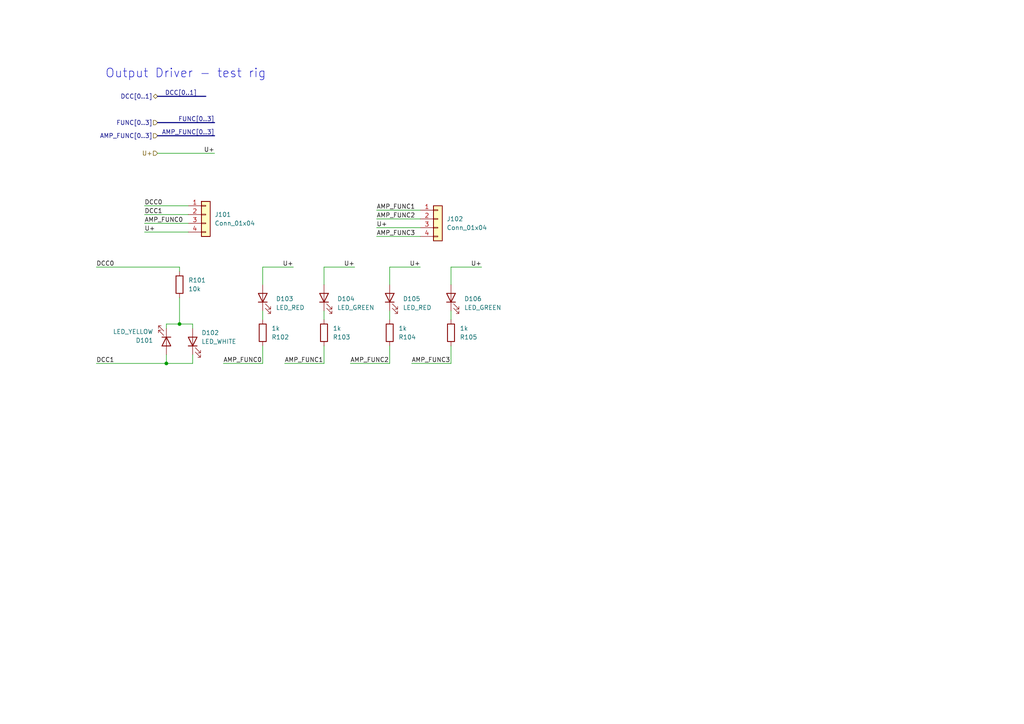
<source format=kicad_sch>
(kicad_sch (version 20231120) (generator "eeschema") (generator_version "8.0")
  (paper "A4")
  (lib_symbols
    (symbol "Connector_Generic:Conn_01x04" (pin_names (offset 1.016) hide)
      (property "Reference" "J" (at 0 5.08 0))
      (property "Value" "Conn_01x04" (at 0 -7.62 0))
      (symbol "Conn_01x04_1_1"
        (rectangle (start -1.27 -4.953) (end 0 -5.207) (stroke (width 0.1524)))
        (rectangle (start -1.27 -2.413) (end 0 -2.667) (stroke (width 0.1524)))
        (rectangle (start -1.27 0.127) (end 0 -0.127) (stroke (width 0.1524)))
        (rectangle (start -1.27 2.667) (end 0 2.413) (stroke (width 0.1524)))
        (rectangle (start -1.27 3.81) (end 1.27 -6.35) (stroke (width 0.254)) (fill (type background)))
        (pin passive line (at -5.08 2.54 0) (length 3.81) (name "Pin_1") (number "1"))
        (pin passive line (at -5.08 0 0) (length 3.81) (name "Pin_2") (number "2"))
        (pin passive line (at -5.08 -2.54 0) (length 3.81) (name "Pin_3") (number "3"))
        (pin passive line (at -5.08 -5.08 0) (length 3.81) (name "Pin_4") (number "4"))
      )
    )
    (symbol "Device:LED" (pin_numbers hide) (pin_names (offset 1.016) hide)
      (property "Reference" "D" (at 0 2.54 0))
      (property "Value" "LED" (at 0 -2.54 0))
      (symbol "LED_0_1"
        (polyline (pts (xy -1.27 -1.27) (xy -1.27 1.27)) (stroke (width 0.254)))
        (polyline (pts (xy -1.27 0) (xy 1.27 0)))
        (polyline (pts (xy 1.27 -1.27) (xy 1.27 1.27) (xy -1.27 0) (xy 1.27 -1.27)) (stroke (width 0.254)))
        (polyline (pts (xy -3.048 -0.762) (xy -4.572 -2.286) (xy -3.81 -2.286) (xy -4.572 -2.286) (xy -4.572 -1.524)))
        (polyline (pts (xy -1.778 -0.762) (xy -3.302 -2.286) (xy -2.54 -2.286) (xy -3.302 -2.286) (xy -3.302 -1.524)))
      )
      (symbol "LED_1_1"
        (pin passive line (at -3.81 0 0) (length 2.54) (name "K") (number "1"))
        (pin passive line (at 3.81 0 180) (length 2.54) (name "A") (number "2"))
      )
    )
    (symbol "Device:R" (pin_numbers hide) (pin_names (offset 0))
      (property "Reference" "R" (at 2.032 0 90))
      (property "Value" "R" (at 0 0 90))
      (symbol "R_0_1"
        (rectangle (start -1.016 -2.54) (end 1.016 2.54) (stroke (width 0.254)))
      )
      (symbol "R_1_1"
        (pin passive line (at 0 3.81 270) (length 1.27) (name "~") (number "1"))
        (pin passive line (at 0 -3.81 90) (length 1.27) (name "~") (number "2"))
      )
    )
  )
  (junction (at 48.26 105.41))
  (junction (at 52.07 93.98))
  (wire (pts (xy 52.07 93.98) (xy 52.07 86.36)))
  (wire (pts (xy 52.07 93.98) (xy 55.88 93.98)))
  (wire (pts (xy 76.2 92.71) (xy 76.2 90.17)))
  (wire (pts (xy 130.81 82.55) (xy 130.81 77.47)))
  (wire (pts (xy 76.2 82.55) (xy 76.2 77.47)))
  (bus (pts (xy 45.72 35.56) (xy 62.23 35.56)))
  (wire (pts (xy 130.81 92.71) (xy 130.81 90.17)))
  (wire (pts (xy 109.22 60.96) (xy 121.92 60.96)))
  (wire (pts (xy 41.91 59.69) (xy 54.61 59.69)))
  (wire (pts (xy 101.6 105.41) (xy 113.03 105.41)))
  (wire (pts (xy 41.91 67.31) (xy 54.61 67.31)))
  (wire (pts (xy 41.91 64.77) (xy 54.61 64.77)))
  (wire (pts (xy 41.91 62.23) (xy 54.61 62.23)))
  (wire (pts (xy 109.22 63.5) (xy 121.92 63.5)))
  (wire (pts (xy 48.26 93.98) (xy 48.26 95.25)))
  (wire (pts (xy 139.7 77.47) (xy 130.81 77.47)))
  (wire (pts (xy 48.26 105.41) (xy 55.88 105.41)))
  (wire (pts (xy 76.2 105.41) (xy 76.2 100.33)))
  (wire (pts (xy 52.07 77.47) (xy 52.07 78.74)))
  (wire (pts (xy 27.94 105.41) (xy 48.26 105.41)))
  (wire (pts (xy 48.26 102.87) (xy 48.26 105.41)))
  (wire (pts (xy 55.88 93.98) (xy 55.88 95.25)))
  (wire (pts (xy 93.98 92.71) (xy 93.98 90.17)))
  (wire (pts (xy 113.03 82.55) (xy 113.03 77.47)))
  (wire (pts (xy 130.81 105.41) (xy 130.81 100.33)))
  (wire (pts (xy 102.87 77.47) (xy 93.98 77.47)))
  (wire (pts (xy 113.03 92.71) (xy 113.03 90.17)))
  (wire (pts (xy 55.88 102.87) (xy 55.88 105.41)))
  (wire (pts (xy 113.03 105.41) (xy 113.03 100.33)))
  (wire (pts (xy 121.92 77.47) (xy 113.03 77.47)))
  (wire (pts (xy 48.26 93.98) (xy 52.07 93.98)))
  (wire (pts (xy 119.38 105.41) (xy 130.81 105.41)))
  (wire (pts (xy 93.98 100.33) (xy 93.98 105.41)))
  (wire (pts (xy 93.98 82.55) (xy 93.98 77.47)))
  (wire (pts (xy 64.77 105.41) (xy 76.2 105.41)))
  (wire (pts (xy 27.94 77.47) (xy 52.07 77.47)))
  (wire (pts (xy 109.22 68.58) (xy 121.92 68.58)))
  (wire (pts (xy 85.09 77.47) (xy 76.2 77.47)))
  (wire (pts (xy 62.23 44.45) (xy 45.72 44.45)))
  (bus (pts (xy 62.23 39.37) (xy 45.72 39.37)))
  (wire (pts (xy 82.55 105.41) (xy 93.98 105.41)))
  (bus (pts (xy 59.69 27.94) (xy 45.72 27.94)))
  (wire (pts (xy 109.22 66.04) (xy 121.92 66.04)))
  (text "Output Driver - test rig" (at 30.48 22.86 0) (effects (font (size 2.54 2.54)) (justify left bottom)))
  (label "U+" (at 85.09 77.47 180))
  (label "DCC[0..1]" (at 57.15 27.94 180))
  (label "AMP_FUNC2" (at 101.6 105.41 0))
  (label "U+" (at 109.22 66.04 0))
  (label "DCC1" (at 27.94 105.41 0))
  (label "AMP_FUNC[0..3]" (at 62.23 39.37 180))
  (label "FUNC[0..3]" (at 62.23 35.56 180))
  (label "DCC0" (at 41.91 59.69 0))
  (label "DCC1" (at 41.91 62.23 0))
  (label "U+" (at 41.91 67.31 0))
  (label "AMP_FUNC2" (at 109.22 63.5 0))
  (label "U+" (at 121.92 77.47 180))
  (label "U+" (at 139.7 77.47 180))
  (label "AMP_FUNC0" (at 64.77 105.41 0))
  (label "U+" (at 102.87 77.47 180))
  (label "DCC0" (at 27.94 77.47 0))
  (label "U+" (at 62.23 44.45 180))
  (label "AMP_FUNC0" (at 41.91 64.77 0))
  (label "AMP_FUNC3" (at 119.38 105.41 0))
  (label "AMP_FUNC1" (at 109.22 60.96 0))
  (label "AMP_FUNC1" (at 82.55 105.41 0))
  (label "AMP_FUNC3" (at 109.22 68.58 0))
  (hierarchical_label "AMP_FUNC[0..3]" (shape input) (at 45.72 39.37 180))
  (hierarchical_label "U+" (shape input) (at 45.72 44.45 180))
  (hierarchical_label "DCC[0..1]" (shape bidirectional) (at 45.72 27.94 180))
  (hierarchical_label "FUNC[0..3]" (shape input) (at 45.72 35.56 180))
  (symbol (lib_id "Device:R") (at 113.03 96.52 0) (mirror x) (unit 1)
    (property "Reference" "R104" (at 115.57 97.7901 0) (effects (justify left)))
    (property "Value" "1k" (at 115.57 95.2501 0) (effects (justify left)))
    (property "Footprint" "Resistor_SMD:R_0805_2012Metric_Pad1.20x1.40mm_HandSolder" (effects (hide yes)))
    (property "Description" "Resistor" (effects (hide yes)))
    (property "OLI_ID" "1k_0805" (effects (hide yes)))
    (instances (project "acc-conn-screw-01x08-test" (path "" (reference "R104") (unit 1))) (project "xDuinoRail-Accessory-Dev" (path "" (reference "R204") (unit 1))))
  )
  (symbol (lib_id "Device:LED") (at 130.81 86.36 90) (unit 1)
    (property "Reference" "D106" (at 134.62 86.6774 90) (effects (justify right)))
    (property "Value" "LED_GREEN" (at 134.62 89.2174 90) (effects (justify right)))
    (property "Footprint" "LED_SMD:LED_0603_1608Metric_Pad1.05x0.95mm_HandSolder" (effects (hide yes)))
    (property "Description" "Light emitting diode" (effects (hide yes)))
    (property "OLI_ID" "LED-GREEN_0603" (effects (hide yes)))
    (instances (project "acc-conn-screw-01x08-test" (path "" (reference "D106") (unit 1))) (project "xDuinoRail-Accessory-Dev" (path "" (reference "D206") (unit 1))))
  )
  (symbol (lib_id "Device:LED") (at 113.03 86.36 90) (unit 1)
    (property "Reference" "D105" (at 116.84 86.6774 90) (effects (justify right)))
    (property "Value" "LED_RED" (at 116.84 89.2174 90) (effects (justify right)))
    (property "Footprint" "LED_SMD:LED_0603_1608Metric_Pad1.05x0.95mm_HandSolder" (effects (hide yes)))
    (property "Description" "Light emitting diode" (effects (hide yes)))
    (property "OLI_ID" "LED-RED_0603" (effects (hide yes)))
    (instances (project "acc-conn-screw-01x08-test" (path "" (reference "D105") (unit 1))) (project "xDuinoRail-Accessory-Dev" (path "" (reference "D205") (unit 1))))
  )
  (symbol (lib_id "Device:LED") (at 93.98 86.36 90) (unit 1)
    (property "Reference" "D104" (at 97.79 86.6774 90) (effects (justify right)))
    (property "Value" "LED_GREEN" (at 97.79 89.2174 90) (effects (justify right)))
    (property "Footprint" "LED_SMD:LED_0603_1608Metric_Pad1.05x0.95mm_HandSolder" (effects (hide yes)))
    (property "Description" "Light emitting diode" (effects (hide yes)))
    (property "OLI_ID" "LED-GREEN_0603" (effects (hide yes)))
    (instances (project "acc-conn-screw-01x08-test" (path "" (reference "D104") (unit 1))) (project "xDuinoRail-Accessory-Dev" (path "" (reference "D204") (unit 1))))
  )
  (symbol (lib_id "Device:R") (at 76.2 96.52 0) (mirror x) (unit 1)
    (property "Reference" "R102" (at 78.74 97.7901 0) (effects (justify left)))
    (property "Value" "1k" (at 78.74 95.2501 0) (effects (justify left)))
    (property "Footprint" "Resistor_SMD:R_0805_2012Metric_Pad1.20x1.40mm_HandSolder" (effects (hide yes)))
    (property "Description" "Resistor" (effects (hide yes)))
    (property "OLI_ID" "1k_0805" (effects (hide yes)))
    (instances (project "acc-conn-screw-01x08-test" (path "" (reference "R102") (unit 1))) (project "xDuinoRail-Accessory-Dev" (path "" (reference "R202") (unit 1))))
  )
  (symbol (lib_id "Connector_Generic:Conn_01x04") (at 59.69 62.23 0) (unit 1)
    (property "Reference" "J101" (at 62.23 62.2299 0) (effects (justify left)))
    (property "Value" "Conn_01x04" (at 62.23 64.7699 0) (effects (justify left)))
    (property "Footprint" "Connector_Phoenix_MC_HighVoltage:PhoenixContact_MCV_1,5_4-G-5.08_1x04_P5.08mm_Vertical" (effects (hide yes)))
    (property "Description" "Generic connector, single row, 01x04, script generated (kicad-library-utils/schlib/autogen/connector/)" (effects (hide yes)))
    (property "OLI_ID" "Screw_Terminal_01x04_5.08mm" (effects (hide yes)))
    (instances (project "acc-conn-screw-01x08-test" (path "" (reference "J101") (unit 1))) (project "xDuinoRail-Accessory-Dev" (path "" (reference "J201") (unit 1))))
  )
  (symbol (lib_id "Device:R") (at 130.81 96.52 0) (mirror x) (unit 1)
    (property "Reference" "R105" (at 133.35 97.7901 0) (effects (justify left)))
    (property "Value" "1k" (at 133.35 95.2501 0) (effects (justify left)))
    (property "Footprint" "Resistor_SMD:R_0805_2012Metric_Pad1.20x1.40mm_HandSolder" (effects (hide yes)))
    (property "Description" "Resistor" (effects (hide yes)))
    (property "OLI_ID" "1k_0805" (effects (hide yes)))
    (instances (project "acc-conn-screw-01x08-test" (path "" (reference "R105") (unit 1))) (project "xDuinoRail-Accessory-Dev" (path "" (reference "R205") (unit 1))))
  )
  (symbol (lib_id "Device:LED") (at 76.2 86.36 90) (unit 1)
    (property "Reference" "D103" (at 80.01 86.6774 90) (effects (justify right)))
    (property "Value" "LED_RED" (at 80.01 89.2174 90) (effects (justify right)))
    (property "Footprint" "LED_SMD:LED_0603_1608Metric_Pad1.05x0.95mm_HandSolder" (effects (hide yes)))
    (property "Description" "Light emitting diode" (effects (hide yes)))
    (property "OLI_ID" "LED-RED_0603" (effects (hide yes)))
    (instances (project "acc-conn-screw-01x08-test" (path "" (reference "D103") (unit 1))) (project "xDuinoRail-Accessory-Dev" (path "" (reference "D203") (unit 1))))
  )
  (symbol (lib_id "Device:R") (at 52.07 82.55 0) (unit 1)
    (property "Reference" "R101" (at 54.61 81.28 0) (effects (justify left)))
    (property "Value" "10k" (at 54.61 83.82 0) (effects (justify left)))
    (property "Footprint" "Resistor_SMD:R_0603_1608Metric" (effects (hide yes)))
    (property "Description" "Resistor" (effects (hide yes)))
    (property "OLI_ID" "10k_0603" (effects (hide yes)))
    (instances (project "acc-conn-screw-01x08-test" (path "" (reference "R101") (unit 1))) (project "xDuinoRail-Accessory-Dev" (path "" (reference "R201") (unit 1))))
  )
  (symbol (lib_id "Connector_Generic:Conn_01x04") (at 127 63.5 0) (unit 1)
    (property "Reference" "J102" (at 129.54 63.4999 0) (effects (justify left)))
    (property "Value" "Conn_01x04" (at 129.54 66.0399 0) (effects (justify left)))
    (property "Footprint" "Connector_Phoenix_MC_HighVoltage:PhoenixContact_MCV_1,5_4-G-5.08_1x04_P5.08mm_Vertical" (effects (hide yes)))
    (property "Description" "Generic connector, single row, 01x04, script generated (kicad-library-utils/schlib/autogen/connector/)" (effects (hide yes)))
    (property "OLI_ID" "Screw_Terminal_01x04_5.08mm" (effects (hide yes)))
    (instances (project "acc-conn-screw-01x08-test" (path "" (reference "J102") (unit 1))) (project "xDuinoRail-Accessory-Dev" (path "" (reference "J202") (unit 1))))
  )
  (symbol (lib_id "Device:LED") (at 48.26 99.06 270) (unit 1)
    (property "Reference" "D101" (at 44.45 98.7425 90) (effects (justify right)))
    (property "Value" "LED_YELLOW" (at 44.45 96.2025 90) (effects (justify right)))
    (property "Footprint" "LED_SMD:LED_0603_1608Metric_Pad1.05x0.95mm_HandSolder" (effects (hide yes)))
    (property "Description" "Light emitting diode" (effects (hide yes)))
    (property "OLI_ID" "LED-YELLOW_0603" (effects (hide yes)))
    (instances (project "acc-conn-screw-01x08-test" (path "" (reference "D101") (unit 1))) (project "xDuinoRail-Accessory-Dev" (path "" (reference "D201") (unit 1))))
  )
  (symbol (lib_id "Device:R") (at 93.98 96.52 0) (mirror x) (unit 1)
    (property "Reference" "R103" (at 96.52 97.7901 0) (effects (justify left)))
    (property "Value" "1k" (at 96.52 95.2501 0) (effects (justify left)))
    (property "Footprint" "Resistor_SMD:R_0805_2012Metric_Pad1.20x1.40mm_HandSolder" (effects (hide yes)))
    (property "Description" "Resistor" (effects (hide yes)))
    (property "OLI_ID" "1k_0805" (effects (hide yes)))
    (instances (project "acc-conn-screw-01x08-test" (path "" (reference "R103") (unit 1))) (project "xDuinoRail-Accessory-Dev" (path "" (reference "R203") (unit 1))))
  )
  (symbol (lib_id "Device:LED") (at 55.88 99.06 90) (unit 1)
    (property "Reference" "D102" (at 58.42 96.52 90) (effects (justify right)))
    (property "Value" "LED_WHITE" (at 58.42 99.06 90) (effects (justify right)))
    (property "Footprint" "LED_SMD:LED_0603_1608Metric_Pad1.05x0.95mm_HandSolder" (effects (hide yes)))
    (property "Description" "Light emitting diode" (effects (hide yes)))
    (property "OLI_ID" "LED-WHITE_0603" (effects (hide yes)))
    (instances (project "acc-conn-screw-01x08-test" (path "" (reference "D102") (unit 1))) (project "xDuinoRail-Accessory-Dev" (path "" (reference "D202") (unit 1))))
  )
)
</source>
